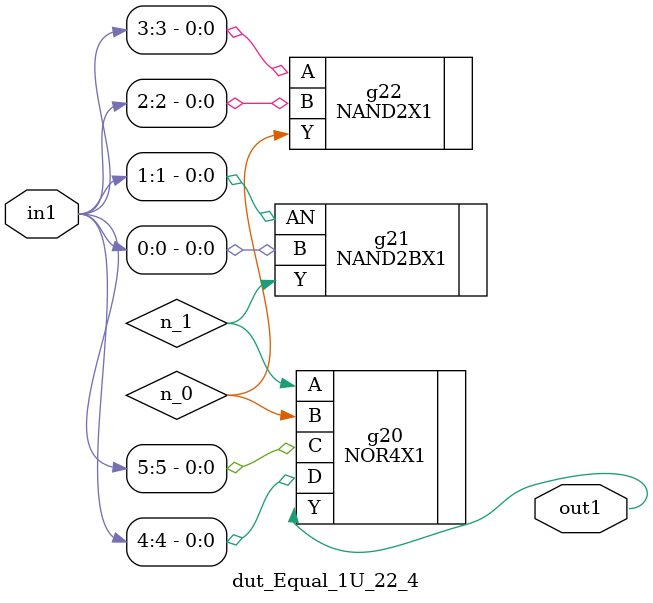
<source format=v>
`timescale 1ps / 1ps


module dut_Equal_1U_22_4(in1, out1);
  input [5:0] in1;
  output out1;
  wire [5:0] in1;
  wire out1;
  wire n_0, n_1;
  NOR4X1 g20(.A (n_1), .B (n_0), .C (in1[5]), .D (in1[4]), .Y (out1));
  NAND2BX1 g21(.AN (in1[1]), .B (in1[0]), .Y (n_1));
  NAND2X1 g22(.A (in1[3]), .B (in1[2]), .Y (n_0));
endmodule



</source>
